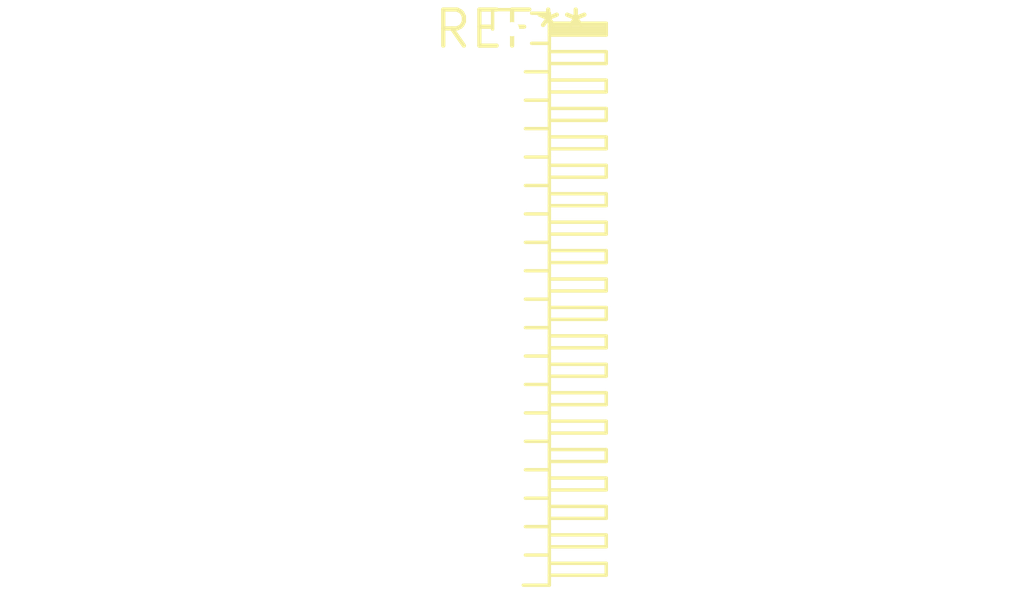
<source format=kicad_pcb>
(kicad_pcb (version 20240108) (generator pcbnew)
  (layers (0 "F.Cu" signal) (31 "B.Cu" signal) (34 "B.Paste" user) (35 "F.Paste" user) (36 "B.SilkS" user "B.Silkscreen") (37 "F.SilkS" user "F.Silkscreen") (38 "B.Mask" user) (39 "F.Mask" user) (44 "Edge.Cuts" user))
  (net 0 "")
  (footprint "PinHeader_1x20_P1.00mm_Horizontal" (layer "F.Cu") (at 0 0)
    (property "Reference" "REF**")
    (property "Value" "PinHeader_1x20_P1.00mm_Horizontal")
    (fp_line (start -0.685 -0.685) (end 0 -0.685) (layer "F.SilkS") (stroke (width 0.12)))
    (fp_line (start -0.685 0) (end -0.685 -0.685) (layer "F.SilkS") (stroke (width 0.12)))
    (fp_line (start 0.468215 1.5) (end 1.31 1.5) (layer "F.SilkS") (stroke (width 0.12)))
    (fp_line (start 0.468215 2.5) (end 1.31 2.5) (layer "F.SilkS") (stroke (width 0.12)))
    (fp_line (start 0.468215 3.5) (end 1.31 3.5) (layer "F.SilkS") (stroke (width 0.12)))
    (fp_line (start 0.468215 4.5) (end 1.31 4.5) (layer "F.SilkS") (stroke (width 0.12)))
    (fp_line (start 0.468215 5.5) (end 1.31 5.5) (layer "F.SilkS") (stroke (width 0.12)))
    (fp_line (start 0.468215 6.5) (end 1.31 6.5) (layer "F.SilkS") (stroke (width 0.12)))
    (fp_line (start 0.468215 7.5) (end 1.31 7.5) (layer "F.SilkS") (stroke (width 0.12)))
    (fp_line (start 0.468215 8.5) (end 1.31 8.5) (layer "F.SilkS") (stroke (width 0.12)))
    (fp_line (start 0.468215 9.5) (end 1.31 9.5) (layer "F.SilkS") (stroke (width 0.12)))
    (fp_line (start 0.468215 10.5) (end 1.31 10.5) (layer "F.SilkS") (stroke (width 0.12)))
    (fp_line (start 0.468215 11.5) (end 1.31 11.5) (layer "F.SilkS") (stroke (width 0.12)))
    (fp_line (start 0.468215 12.5) (end 1.31 12.5) (layer "F.SilkS") (stroke (width 0.12)))
    (fp_line (start 0.468215 13.5) (end 1.31 13.5) (layer "F.SilkS") (stroke (width 0.12)))
    (fp_line (start 0.468215 14.5) (end 1.31 14.5) (layer "F.SilkS") (stroke (width 0.12)))
    (fp_line (start 0.468215 15.5) (end 1.31 15.5) (layer "F.SilkS") (stroke (width 0.12)))
    (fp_line (start 0.468215 16.5) (end 1.31 16.5) (layer "F.SilkS") (stroke (width 0.12)))
    (fp_line (start 0.468215 17.5) (end 1.31 17.5) (layer "F.SilkS") (stroke (width 0.12)))
    (fp_line (start 0.468215 18.5) (end 1.31 18.5) (layer "F.SilkS") (stroke (width 0.12)))
    (fp_line (start 0.685 -0.56) (end 1.31 -0.56) (layer "F.SilkS") (stroke (width 0.12)))
    (fp_line (start 0.685 0.5) (end 1.31 0.5) (layer "F.SilkS") (stroke (width 0.12)))
    (fp_line (start 1.31 -0.56) (end 1.31 19.56) (layer "F.SilkS") (stroke (width 0.12)))
    (fp_line (start 1.31 -0.21) (end 3.31 -0.21) (layer "F.SilkS") (stroke (width 0.12)))
    (fp_line (start 1.31 -0.15) (end 3.31 -0.15) (layer "F.SilkS") (stroke (width 0.12)))
    (fp_line (start 1.31 -0.03) (end 3.31 -0.03) (layer "F.SilkS") (stroke (width 0.12)))
    (fp_line (start 1.31 0.09) (end 3.31 0.09) (layer "F.SilkS") (stroke (width 0.12)))
    (fp_line (start 1.31 0.79) (end 3.31 0.79) (layer "F.SilkS") (stroke (width 0.12)))
    (fp_line (start 1.31 1.79) (end 3.31 1.79) (layer "F.SilkS") (stroke (width 0.12)))
    (fp_line (start 1.31 2.79) (end 3.31 2.79) (layer "F.SilkS") (stroke (width 0.12)))
    (fp_line (start 1.31 3.79) (end 3.31 3.79) (layer "F.SilkS") (stroke (width 0.12)))
    (fp_line (start 1.31 4.79) (end 3.31 4.79) (layer "F.SilkS") (stroke (width 0.12)))
    (fp_line (start 1.31 5.79) (end 3.31 5.79) (layer "F.SilkS") (stroke (width 0.12)))
    (fp_line (start 1.31 6.79) (end 3.31 6.79) (layer "F.SilkS") (stroke (width 0.12)))
    (fp_line (start 1.31 7.79) (end 3.31 7.79) (layer "F.SilkS") (stroke (width 0.12)))
    (fp_line (start 1.31 8.79) (end 3.31 8.79) (layer "F.SilkS") (stroke (width 0.12)))
    (fp_line (start 1.31 9.79) (end 3.31 9.79) (layer "F.SilkS") (stroke (width 0.12)))
    (fp_line (start 1.31 10.79) (end 3.31 10.79) (layer "F.SilkS") (stroke (width 0.12)))
    (fp_line (start 1.31 11.79) (end 3.31 11.79) (layer "F.SilkS") (stroke (width 0.12)))
    (fp_line (start 1.31 12.79) (end 3.31 12.79) (layer "F.SilkS") (stroke (width 0.12)))
    (fp_line (start 1.31 13.79) (end 3.31 13.79) (layer "F.SilkS") (stroke (width 0.12)))
    (fp_line (start 1.31 14.79) (end 3.31 14.79) (layer "F.SilkS") (stroke (width 0.12)))
    (fp_line (start 1.31 15.79) (end 3.31 15.79) (layer "F.SilkS") (stroke (width 0.12)))
    (fp_line (start 1.31 16.79) (end 3.31 16.79) (layer "F.SilkS") (stroke (width 0.12)))
    (fp_line (start 1.31 17.79) (end 3.31 17.79) (layer "F.SilkS") (stroke (width 0.12)))
    (fp_line (start 1.31 18.79) (end 3.31 18.79) (layer "F.SilkS") (stroke (width 0.12)))
    (fp_line (start 1.31 19.56) (end 0.394493 19.56) (layer "F.SilkS") (stroke (width 0.12)))
    (fp_line (start 3.31 -0.21) (end 3.31 0.21) (layer "F.SilkS") (stroke (width 0.12)))
    (fp_line (start 3.31 0.21) (end 1.31 0.21) (layer "F.SilkS") (stroke (width 0.12)))
    (fp_line (start 3.31 0.79) (end 3.31 1.21) (layer "F.SilkS") (stroke (width 0.12)))
    (fp_line (start 3.31 1.21) (end 1.31 1.21) (layer "F.SilkS") (stroke (width 0.12)))
    (fp_line (start 3.31 1.79) (end 3.31 2.21) (layer "F.SilkS") (stroke (width 0.12)))
    (fp_line (start 3.31 2.21) (end 1.31 2.21) (layer "F.SilkS") (stroke (width 0.12)))
    (fp_line (start 3.31 2.79) (end 3.31 3.21) (layer "F.SilkS") (stroke (width 0.12)))
    (fp_line (start 3.31 3.21) (end 1.31 3.21) (layer "F.SilkS") (stroke (width 0.12)))
    (fp_line (start 3.31 3.79) (end 3.31 4.21) (layer "F.SilkS") (stroke (width 0.12)))
    (fp_line (start 3.31 4.21) (end 1.31 4.21) (layer "F.SilkS") (stroke (width 0.12)))
    (fp_line (start 3.31 4.79) (end 3.31 5.21) (layer "F.SilkS") (stroke (width 0.12)))
    (fp_line (start 3.31 5.21) (end 1.31 5.21) (layer "F.SilkS") (stroke (width 0.12)))
    (fp_line (start 3.31 5.79) (end 3.31 6.21) (layer "F.SilkS") (stroke (width 0.12)))
    (fp_line (start 3.31 6.21) (end 1.31 6.21) (layer "F.SilkS") (stroke (width 0.12)))
    (fp_line (start 3.31 6.79) (end 3.31 7.21) (layer "F.SilkS") (stroke (width 0.12)))
    (fp_line (start 3.31 7.21) (end 1.31 7.21) (layer "F.SilkS") (stroke (width 0.12)))
    (fp_line (start 3.31 7.79) (end 3.31 8.21) (layer "F.SilkS") (stroke (width 0.12)))
    (fp_line (start 3.31 8.21) (end 1.31 8.21) (layer "F.SilkS") (stroke (width 0.12)))
    (fp_line (start 3.31 8.79) (end 3.31 9.21) (layer "F.SilkS") (stroke (width 0.12)))
    (fp_line (start 3.31 9.21) (end 1.31 9.21) (layer "F.SilkS") (stroke (width 0.12)))
    (fp_line (start 3.31 9.79) (end 3.31 10.21) (layer "F.SilkS") (stroke (width 0.12)))
    (fp_line (start 3.31 10.21) (end 1.31 10.21) (layer "F.SilkS") (stroke (width 0.12)))
    (fp_line (start 3.31 10.79) (end 3.31 11.21) (layer "F.SilkS") (stroke (width 0.12)))
    (fp_line (start 3.31 11.21) (end 1.31 11.21) (layer "F.SilkS") (stroke (width 0.12)))
    (fp_line (start 3.31 11.79) (end 3.31 12.21) (layer "F.SilkS") (stroke (width 0.12)))
    (fp_line (start 3.31 12.21) (end 1.31 12.21) (layer "F.SilkS") (stroke (width 0.12)))
    (fp_line (start 3.31 12.79) (end 3.31 13.21) (layer "F.SilkS") (stroke (width 0.12)))
    (fp_line (start 3.31 13.21) (end 1.31 13.21) (layer "F.SilkS") (stroke (width 0.12)))
    (fp_line (start 3.31 13.79) (end 3.31 14.21) (layer "F.SilkS") (stroke (width 0.12)))
    (fp_line (start 3.31 14.21) (end 1.31 14.21) (layer "F.SilkS") (stroke (width 0.12)))
    (fp_line (start 3.31 14.79) (end 3.31 15.21) (layer "F.SilkS") (stroke (width 0.12)))
    (fp_line (start 3.31 15.21) (end 1.31 15.21) (layer "F.SilkS") (stroke (width 0.12)))
    (fp_line (start 3.31 15.79) (end 3.31 16.21) (layer "F.SilkS") (stroke (width 0.12)))
    (fp_line (start 3.31 16.21) (end 1.31 16.21) (layer "F.SilkS") (stroke (width 0.12)))
    (fp_line (start 3.31 16.79) (end 3.31 17.21) (layer "F.SilkS") (stroke (width 0.12)))
    (fp_line (start 3.31 17.21) (end 1.31 17.21) (layer "F.SilkS") (stroke (width 0.12)))
    (fp_line (start 3.31 17.79) (end 3.31 18.21) (layer "F.SilkS") (stroke (width 0.12)))
    (fp_line (start 3.31 18.21) (end 1.31 18.21) (layer "F.SilkS") (stroke (width 0.12)))
    (fp_line (start 3.31 18.79) (end 3.31 19.21) (layer "F.SilkS") (stroke (width 0.12)))
    (fp_line (start 3.31 19.21) (end 1.31 19.21) (layer "F.SilkS") (stroke (width 0.12)))
    (pad "1" thru_hole rect (at 0 0) (size 0.85 0.85) (drill 0.5) (layers *.Cu *.Mask) (remove_unused_layers))
    (pad "2" thru_hole oval (at 0 1) (size 0.85 0.85) (drill 0.5) (layers *.Cu *.Mask) (remove_unused_layers))
    (pad "3" thru_hole oval (at 0 2) (size 0.85 0.85) (drill 0.5) (layers *.Cu *.Mask) (remove_unused_layers))
    (pad "4" thru_hole oval (at 0 3) (size 0.85 0.85) (drill 0.5) (layers *.Cu *.Mask) (remove_unused_layers))
    (pad "5" thru_hole oval (at 0 4) (size 0.85 0.85) (drill 0.5) (layers *.Cu *.Mask) (remove_unused_layers))
    (pad "6" thru_hole oval (at 0 5) (size 0.85 0.85) (drill 0.5) (layers *.Cu *.Mask) (remove_unused_layers))
    (pad "7" thru_hole oval (at 0 6) (size 0.85 0.85) (drill 0.5) (layers *.Cu *.Mask) (remove_unused_layers))
    (pad "8" thru_hole oval (at 0 7) (size 0.85 0.85) (drill 0.5) (layers *.Cu *.Mask) (remove_unused_layers))
    (pad "9" thru_hole oval (at 0 8) (size 0.85 0.85) (drill 0.5) (layers *.Cu *.Mask) (remove_unused_layers))
    (pad "10" thru_hole oval (at 0 9) (size 0.85 0.85) (drill 0.5) (layers *.Cu *.Mask) (remove_unused_layers))
    (pad "11" thru_hole oval (at 0 10) (size 0.85 0.85) (drill 0.5) (layers *.Cu *.Mask) (remove_unused_layers))
    (pad "12" thru_hole oval (at 0 11) (size 0.85 0.85) (drill 0.5) (layers *.Cu *.Mask) (remove_unused_layers))
    (pad "13" thru_hole oval (at 0 12) (size 0.85 0.85) (drill 0.5) (layers *.Cu *.Mask) (remove_unused_layers))
    (pad "14" thru_hole oval (at 0 13) (size 0.85 0.85) (drill 0.5) (layers *.Cu *.Mask) (remove_unused_layers))
    (pad "15" thru_hole oval (at 0 14) (size 0.85 0.85) (drill 0.5) (layers *.Cu *.Mask) (remove_unused_layers))
    (pad "16" thru_hole oval (at 0 15) (size 0.85 0.85) (drill 0.5) (layers *.Cu *.Mask) (remove_unused_layers))
    (pad "17" thru_hole oval (at 0 16) (size 0.85 0.85) (drill 0.5) (layers *.Cu *.Mask) (remove_unused_layers))
    (pad "18" thru_hole oval (at 0 17) (size 0.85 0.85) (drill 0.5) (layers *.Cu *.Mask) (remove_unused_layers))
    (pad "19" thru_hole oval (at 0 18) (size 0.85 0.85) (drill 0.5) (layers *.Cu *.Mask) (remove_unused_layers))
    (pad "20" thru_hole oval (at 0 19) (size 0.85 0.85) (drill 0.5) (layers *.Cu *.Mask) (remove_unused_layers))
  )
)
</source>
